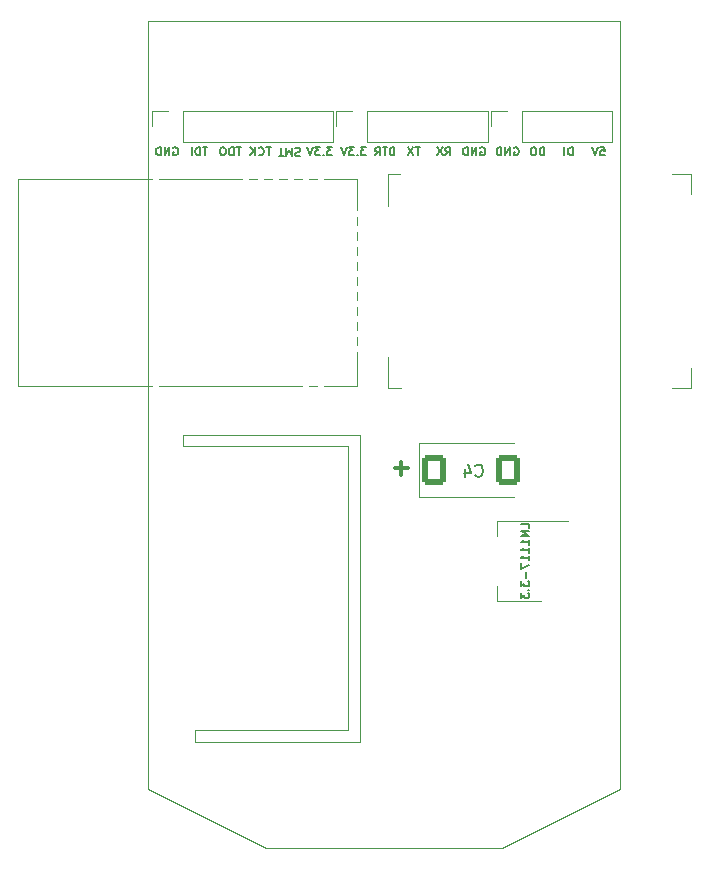
<source format=gbo>
G04 #@! TF.GenerationSoftware,KiCad,Pcbnew,5.99.0-unknown-4594d88417~130~ubuntu20.04.1*
G04 #@! TF.CreationDate,2021-07-04T17:01:17+02:00*
G04 #@! TF.ProjectId,SLS,534c532e-6b69-4636-9164-5f7063625858,rev?*
G04 #@! TF.SameCoordinates,Original*
G04 #@! TF.FileFunction,Legend,Bot*
G04 #@! TF.FilePolarity,Positive*
%FSLAX46Y46*%
G04 Gerber Fmt 4.6, Leading zero omitted, Abs format (unit mm)*
G04 Created by KiCad (PCBNEW 5.99.0-unknown-4594d88417~130~ubuntu20.04.1) date 2021-07-04 17:01:17*
%MOMM*%
%LPD*%
G01*
G04 APERTURE LIST*
G04 Aperture macros list*
%AMRoundRect*
0 Rectangle with rounded corners*
0 $1 Rounding radius*
0 $2 $3 $4 $5 $6 $7 $8 $9 X,Y pos of 4 corners*
0 Add a 4 corners polygon primitive as box body*
4,1,4,$2,$3,$4,$5,$6,$7,$8,$9,$2,$3,0*
0 Add four circle primitives for the rounded corners*
1,1,$1+$1,$2,$3*
1,1,$1+$1,$4,$5*
1,1,$1+$1,$6,$7*
1,1,$1+$1,$8,$9*
0 Add four rect primitives between the rounded corners*
20,1,$1+$1,$2,$3,$4,$5,0*
20,1,$1+$1,$4,$5,$6,$7,0*
20,1,$1+$1,$6,$7,$8,$9,0*
20,1,$1+$1,$8,$9,$2,$3,0*%
G04 Aperture macros list end*
G04 #@! TA.AperFunction,Profile*
%ADD10C,0.050000*%
G04 #@! TD*
%ADD11C,0.150000*%
%ADD12C,0.300000*%
%ADD13C,0.120000*%
%ADD14C,0.100000*%
%ADD15C,3.000000*%
%ADD16C,1.800000*%
%ADD17C,1.600000*%
%ADD18O,1.600000X1.600000*%
%ADD19C,1.524000*%
%ADD20R,1.700000X1.700000*%
%ADD21O,1.700000X1.700000*%
%ADD22RoundRect,0.250000X-0.787500X-1.025000X0.787500X-1.025000X0.787500X1.025000X-0.787500X1.025000X0*%
%ADD23R,0.900000X2.000000*%
%ADD24R,2.000000X0.900000*%
%ADD25R,5.000000X5.000000*%
%ADD26R,2.000000X1.500000*%
%ADD27R,2.000000X3.800000*%
%ADD28R,0.500000X2.000000*%
%ADD29R,2.000000X0.500000*%
G04 APERTURE END LIST*
D10*
X47000000Y-76000000D02*
X33000000Y-76000000D01*
X30000000Y-105000000D02*
X30000000Y-40000000D01*
X48000000Y-101000000D02*
X34000000Y-101000000D01*
X70000000Y-105000000D02*
X60000000Y-110000000D01*
X40000000Y-110000000D02*
X30000000Y-105000000D01*
X48000000Y-75000000D02*
X48000000Y-101000000D01*
X33000000Y-76000000D02*
X33000000Y-75000000D01*
X30000000Y-40000000D02*
X70000000Y-40000000D01*
X33000000Y-75000000D02*
X48000000Y-75000000D01*
X34000000Y-101000000D02*
X34000000Y-100000000D01*
X70000000Y-40000000D02*
X70000000Y-105000000D01*
X60000000Y-110000000D02*
X40000000Y-110000000D01*
X34000000Y-100000000D02*
X47000000Y-100000000D01*
X47000000Y-100000000D02*
X47000000Y-76000000D01*
D11*
X53083333Y-50666666D02*
X52683333Y-50666666D01*
X52883333Y-51366666D02*
X52883333Y-50666666D01*
X52516666Y-50666666D02*
X52050000Y-51366666D01*
X52050000Y-50666666D02*
X52516666Y-51366666D01*
X41116666Y-51433333D02*
X41516666Y-51433333D01*
X41316666Y-50733333D02*
X41316666Y-51433333D01*
X41750000Y-50733333D02*
X41750000Y-51433333D01*
X41983333Y-50933333D01*
X42216666Y-51433333D01*
X42216666Y-50733333D01*
X42516666Y-50766666D02*
X42616666Y-50733333D01*
X42783333Y-50733333D01*
X42850000Y-50766666D01*
X42883333Y-50800000D01*
X42916666Y-50866666D01*
X42916666Y-50933333D01*
X42883333Y-51000000D01*
X42850000Y-51033333D01*
X42783333Y-51066666D01*
X42650000Y-51100000D01*
X42583333Y-51133333D01*
X42550000Y-51166666D01*
X42516666Y-51233333D01*
X42516666Y-51300000D01*
X42550000Y-51366666D01*
X42583333Y-51400000D01*
X42650000Y-51433333D01*
X42816666Y-51433333D01*
X42916666Y-51400000D01*
X50900000Y-51366666D02*
X50900000Y-50666666D01*
X50733333Y-50666666D01*
X50633333Y-50700000D01*
X50566666Y-50766666D01*
X50533333Y-50833333D01*
X50500000Y-50966666D01*
X50500000Y-51066666D01*
X50533333Y-51200000D01*
X50566666Y-51266666D01*
X50633333Y-51333333D01*
X50733333Y-51366666D01*
X50900000Y-51366666D01*
X50300000Y-50666666D02*
X49900000Y-50666666D01*
X50100000Y-51366666D02*
X50100000Y-50666666D01*
X49266666Y-51366666D02*
X49500000Y-51033333D01*
X49666666Y-51366666D02*
X49666666Y-50666666D01*
X49400000Y-50666666D01*
X49333333Y-50700000D01*
X49300000Y-50733333D01*
X49266666Y-50800000D01*
X49266666Y-50900000D01*
X49300000Y-50966666D01*
X49333333Y-51000000D01*
X49400000Y-51033333D01*
X49666666Y-51033333D01*
X66000000Y-51366666D02*
X66000000Y-50666666D01*
X65833333Y-50666666D01*
X65733333Y-50700000D01*
X65666666Y-50766666D01*
X65633333Y-50833333D01*
X65600000Y-50966666D01*
X65600000Y-51066666D01*
X65633333Y-51200000D01*
X65666666Y-51266666D01*
X65733333Y-51333333D01*
X65833333Y-51366666D01*
X66000000Y-51366666D01*
X65300000Y-51366666D02*
X65300000Y-50666666D01*
X61033333Y-50700000D02*
X61100000Y-50666666D01*
X61200000Y-50666666D01*
X61300000Y-50700000D01*
X61366666Y-50766666D01*
X61400000Y-50833333D01*
X61433333Y-50966666D01*
X61433333Y-51066666D01*
X61400000Y-51200000D01*
X61366666Y-51266666D01*
X61300000Y-51333333D01*
X61200000Y-51366666D01*
X61133333Y-51366666D01*
X61033333Y-51333333D01*
X61000000Y-51300000D01*
X61000000Y-51066666D01*
X61133333Y-51066666D01*
X60700000Y-51366666D02*
X60700000Y-50666666D01*
X60300000Y-51366666D01*
X60300000Y-50666666D01*
X59966666Y-51366666D02*
X59966666Y-50666666D01*
X59800000Y-50666666D01*
X59700000Y-50700000D01*
X59633333Y-50766666D01*
X59600000Y-50833333D01*
X59566666Y-50966666D01*
X59566666Y-51066666D01*
X59600000Y-51200000D01*
X59633333Y-51266666D01*
X59700000Y-51333333D01*
X59800000Y-51366666D01*
X59966666Y-51366666D01*
X62316666Y-82916666D02*
X62316666Y-82583333D01*
X61616666Y-82583333D01*
X62316666Y-83150000D02*
X61616666Y-83150000D01*
X62116666Y-83383333D01*
X61616666Y-83616666D01*
X62316666Y-83616666D01*
X62316666Y-84316666D02*
X62316666Y-83916666D01*
X62316666Y-84116666D02*
X61616666Y-84116666D01*
X61716666Y-84050000D01*
X61783333Y-83983333D01*
X61816666Y-83916666D01*
X62316666Y-84983333D02*
X62316666Y-84583333D01*
X62316666Y-84783333D02*
X61616666Y-84783333D01*
X61716666Y-84716666D01*
X61783333Y-84650000D01*
X61816666Y-84583333D01*
X62316666Y-85650000D02*
X62316666Y-85250000D01*
X62316666Y-85450000D02*
X61616666Y-85450000D01*
X61716666Y-85383333D01*
X61783333Y-85316666D01*
X61816666Y-85250000D01*
X61616666Y-85883333D02*
X61616666Y-86350000D01*
X62316666Y-86050000D01*
X62050000Y-86616666D02*
X62050000Y-87150000D01*
X61616666Y-87416666D02*
X61616666Y-87850000D01*
X61883333Y-87616666D01*
X61883333Y-87716666D01*
X61916666Y-87783333D01*
X61950000Y-87816666D01*
X62016666Y-87850000D01*
X62183333Y-87850000D01*
X62250000Y-87816666D01*
X62283333Y-87783333D01*
X62316666Y-87716666D01*
X62316666Y-87516666D01*
X62283333Y-87450000D01*
X62250000Y-87416666D01*
X62250000Y-88150000D02*
X62283333Y-88183333D01*
X62316666Y-88150000D01*
X62283333Y-88116666D01*
X62250000Y-88150000D01*
X62316666Y-88150000D01*
X61616666Y-88416666D02*
X61616666Y-88850000D01*
X61883333Y-88616666D01*
X61883333Y-88716666D01*
X61916666Y-88783333D01*
X61950000Y-88816666D01*
X62016666Y-88850000D01*
X62183333Y-88850000D01*
X62250000Y-88816666D01*
X62283333Y-88783333D01*
X62316666Y-88716666D01*
X62316666Y-88516666D01*
X62283333Y-88450000D01*
X62250000Y-88416666D01*
X35066666Y-50666666D02*
X34666666Y-50666666D01*
X34866666Y-51366666D02*
X34866666Y-50666666D01*
X34433333Y-51366666D02*
X34433333Y-50666666D01*
X34266666Y-50666666D01*
X34166666Y-50700000D01*
X34100000Y-50766666D01*
X34066666Y-50833333D01*
X34033333Y-50966666D01*
X34033333Y-51066666D01*
X34066666Y-51200000D01*
X34100000Y-51266666D01*
X34166666Y-51333333D01*
X34266666Y-51366666D01*
X34433333Y-51366666D01*
X33733333Y-51366666D02*
X33733333Y-50666666D01*
X58183333Y-50700000D02*
X58250000Y-50666666D01*
X58350000Y-50666666D01*
X58450000Y-50700000D01*
X58516666Y-50766666D01*
X58550000Y-50833333D01*
X58583333Y-50966666D01*
X58583333Y-51066666D01*
X58550000Y-51200000D01*
X58516666Y-51266666D01*
X58450000Y-51333333D01*
X58350000Y-51366666D01*
X58283333Y-51366666D01*
X58183333Y-51333333D01*
X58150000Y-51300000D01*
X58150000Y-51066666D01*
X58283333Y-51066666D01*
X57850000Y-51366666D02*
X57850000Y-50666666D01*
X57450000Y-51366666D01*
X57450000Y-50666666D01*
X57116666Y-51366666D02*
X57116666Y-50666666D01*
X56950000Y-50666666D01*
X56850000Y-50700000D01*
X56783333Y-50766666D01*
X56750000Y-50833333D01*
X56716666Y-50966666D01*
X56716666Y-51066666D01*
X56750000Y-51200000D01*
X56783333Y-51266666D01*
X56850000Y-51333333D01*
X56950000Y-51366666D01*
X57116666Y-51366666D01*
X37916666Y-50666666D02*
X37516666Y-50666666D01*
X37716666Y-51366666D02*
X37716666Y-50666666D01*
X37283333Y-51366666D02*
X37283333Y-50666666D01*
X37116666Y-50666666D01*
X37016666Y-50700000D01*
X36950000Y-50766666D01*
X36916666Y-50833333D01*
X36883333Y-50966666D01*
X36883333Y-51066666D01*
X36916666Y-51200000D01*
X36950000Y-51266666D01*
X37016666Y-51333333D01*
X37116666Y-51366666D01*
X37283333Y-51366666D01*
X36450000Y-50666666D02*
X36316666Y-50666666D01*
X36250000Y-50700000D01*
X36183333Y-50766666D01*
X36150000Y-50900000D01*
X36150000Y-51133333D01*
X36183333Y-51266666D01*
X36250000Y-51333333D01*
X36316666Y-51366666D01*
X36450000Y-51366666D01*
X36516666Y-51333333D01*
X36583333Y-51266666D01*
X36616666Y-51133333D01*
X36616666Y-50900000D01*
X36583333Y-50766666D01*
X36516666Y-50700000D01*
X36450000Y-50666666D01*
X40450000Y-50666666D02*
X40050000Y-50666666D01*
X40250000Y-51366666D02*
X40250000Y-50666666D01*
X39416666Y-51300000D02*
X39450000Y-51333333D01*
X39550000Y-51366666D01*
X39616666Y-51366666D01*
X39716666Y-51333333D01*
X39783333Y-51266666D01*
X39816666Y-51200000D01*
X39850000Y-51066666D01*
X39850000Y-50966666D01*
X39816666Y-50833333D01*
X39783333Y-50766666D01*
X39716666Y-50700000D01*
X39616666Y-50666666D01*
X39550000Y-50666666D01*
X39450000Y-50700000D01*
X39416666Y-50733333D01*
X39116666Y-51366666D02*
X39116666Y-50666666D01*
X38716666Y-51366666D02*
X39016666Y-50966666D01*
X38716666Y-50666666D02*
X39116666Y-51066666D01*
X63600000Y-51366666D02*
X63600000Y-50666666D01*
X63433333Y-50666666D01*
X63333333Y-50700000D01*
X63266666Y-50766666D01*
X63233333Y-50833333D01*
X63200000Y-50966666D01*
X63200000Y-51066666D01*
X63233333Y-51200000D01*
X63266666Y-51266666D01*
X63333333Y-51333333D01*
X63433333Y-51366666D01*
X63600000Y-51366666D01*
X62766666Y-50666666D02*
X62633333Y-50666666D01*
X62566666Y-50700000D01*
X62500000Y-50766666D01*
X62466666Y-50900000D01*
X62466666Y-51133333D01*
X62500000Y-51266666D01*
X62566666Y-51333333D01*
X62633333Y-51366666D01*
X62766666Y-51366666D01*
X62833333Y-51333333D01*
X62900000Y-51266666D01*
X62933333Y-51133333D01*
X62933333Y-50900000D01*
X62900000Y-50766666D01*
X62833333Y-50700000D01*
X62766666Y-50666666D01*
X68333333Y-50666666D02*
X68666666Y-50666666D01*
X68700000Y-51000000D01*
X68666666Y-50966666D01*
X68600000Y-50933333D01*
X68433333Y-50933333D01*
X68366666Y-50966666D01*
X68333333Y-51000000D01*
X68300000Y-51066666D01*
X68300000Y-51233333D01*
X68333333Y-51300000D01*
X68366666Y-51333333D01*
X68433333Y-51366666D01*
X68600000Y-51366666D01*
X68666666Y-51333333D01*
X68700000Y-51300000D01*
X68100000Y-50666666D02*
X67866666Y-51366666D01*
X67633333Y-50666666D01*
X55216666Y-51366666D02*
X55450000Y-51033333D01*
X55616666Y-51366666D02*
X55616666Y-50666666D01*
X55350000Y-50666666D01*
X55283333Y-50700000D01*
X55250000Y-50733333D01*
X55216666Y-50800000D01*
X55216666Y-50900000D01*
X55250000Y-50966666D01*
X55283333Y-51000000D01*
X55350000Y-51033333D01*
X55616666Y-51033333D01*
X54983333Y-50666666D02*
X54516666Y-51366666D01*
X54516666Y-50666666D02*
X54983333Y-51366666D01*
X48483333Y-50666666D02*
X48050000Y-50666666D01*
X48283333Y-50933333D01*
X48183333Y-50933333D01*
X48116666Y-50966666D01*
X48083333Y-51000000D01*
X48050000Y-51066666D01*
X48050000Y-51233333D01*
X48083333Y-51300000D01*
X48116666Y-51333333D01*
X48183333Y-51366666D01*
X48383333Y-51366666D01*
X48450000Y-51333333D01*
X48483333Y-51300000D01*
X47750000Y-51300000D02*
X47716666Y-51333333D01*
X47750000Y-51366666D01*
X47783333Y-51333333D01*
X47750000Y-51300000D01*
X47750000Y-51366666D01*
X47483333Y-50666666D02*
X47050000Y-50666666D01*
X47283333Y-50933333D01*
X47183333Y-50933333D01*
X47116666Y-50966666D01*
X47083333Y-51000000D01*
X47050000Y-51066666D01*
X47050000Y-51233333D01*
X47083333Y-51300000D01*
X47116666Y-51333333D01*
X47183333Y-51366666D01*
X47383333Y-51366666D01*
X47450000Y-51333333D01*
X47483333Y-51300000D01*
X46850000Y-50666666D02*
X46616666Y-51366666D01*
X46383333Y-50666666D01*
X45633333Y-50666666D02*
X45200000Y-50666666D01*
X45433333Y-50933333D01*
X45333333Y-50933333D01*
X45266666Y-50966666D01*
X45233333Y-51000000D01*
X45200000Y-51066666D01*
X45200000Y-51233333D01*
X45233333Y-51300000D01*
X45266666Y-51333333D01*
X45333333Y-51366666D01*
X45533333Y-51366666D01*
X45600000Y-51333333D01*
X45633333Y-51300000D01*
X44900000Y-51300000D02*
X44866666Y-51333333D01*
X44900000Y-51366666D01*
X44933333Y-51333333D01*
X44900000Y-51300000D01*
X44900000Y-51366666D01*
X44633333Y-50666666D02*
X44200000Y-50666666D01*
X44433333Y-50933333D01*
X44333333Y-50933333D01*
X44266666Y-50966666D01*
X44233333Y-51000000D01*
X44200000Y-51066666D01*
X44200000Y-51233333D01*
X44233333Y-51300000D01*
X44266666Y-51333333D01*
X44333333Y-51366666D01*
X44533333Y-51366666D01*
X44600000Y-51333333D01*
X44633333Y-51300000D01*
X44000000Y-50666666D02*
X43766666Y-51366666D01*
X43533333Y-50666666D01*
X32183333Y-50700000D02*
X32250000Y-50666666D01*
X32350000Y-50666666D01*
X32450000Y-50700000D01*
X32516666Y-50766666D01*
X32550000Y-50833333D01*
X32583333Y-50966666D01*
X32583333Y-51066666D01*
X32550000Y-51200000D01*
X32516666Y-51266666D01*
X32450000Y-51333333D01*
X32350000Y-51366666D01*
X32283333Y-51366666D01*
X32183333Y-51333333D01*
X32150000Y-51300000D01*
X32150000Y-51066666D01*
X32283333Y-51066666D01*
X31850000Y-51366666D02*
X31850000Y-50666666D01*
X31450000Y-51366666D01*
X31450000Y-50666666D01*
X31116666Y-51366666D02*
X31116666Y-50666666D01*
X30950000Y-50666666D01*
X30850000Y-50700000D01*
X30783333Y-50766666D01*
X30750000Y-50833333D01*
X30716666Y-50966666D01*
X30716666Y-51066666D01*
X30750000Y-51200000D01*
X30783333Y-51266666D01*
X30850000Y-51333333D01*
X30950000Y-51366666D01*
X31116666Y-51366666D01*
D12*
X52071428Y-77857142D02*
X50928571Y-77857142D01*
X51500000Y-78428571D02*
X51500000Y-77285714D01*
D11*
X57766666Y-78457142D02*
X57814285Y-78504761D01*
X57957142Y-78552380D01*
X58052380Y-78552380D01*
X58195238Y-78504761D01*
X58290476Y-78409523D01*
X58338095Y-78314285D01*
X58385714Y-78123809D01*
X58385714Y-77980952D01*
X58338095Y-77790476D01*
X58290476Y-77695238D01*
X58195238Y-77600000D01*
X58052380Y-77552380D01*
X57957142Y-77552380D01*
X57814285Y-77600000D01*
X57766666Y-77647619D01*
X56909523Y-77885714D02*
X56909523Y-78552380D01*
X57147619Y-77504761D02*
X57385714Y-78219047D01*
X56766666Y-78219047D01*
D13*
X32970000Y-50230000D02*
X45730000Y-50230000D01*
X30370000Y-47570000D02*
X30370000Y-48900000D01*
X32970000Y-47570000D02*
X32970000Y-50230000D01*
X45730000Y-47570000D02*
X45730000Y-50230000D01*
X31700000Y-47570000D02*
X30370000Y-47570000D01*
X32970000Y-47570000D02*
X45730000Y-47570000D01*
X52990000Y-80260000D02*
X52990000Y-75740000D01*
X52990000Y-75740000D02*
X61050000Y-75740000D01*
X61050000Y-80260000D02*
X52990000Y-80260000D01*
D14*
X50385000Y-71055000D02*
X50385000Y-68405000D01*
X74385000Y-52955000D02*
X76005000Y-52955000D01*
X51405000Y-52905000D02*
X50365000Y-52905000D01*
X76005000Y-71025000D02*
X76005000Y-69395000D01*
X76005000Y-52955000D02*
X76005000Y-54595000D01*
X50365000Y-52905000D02*
X50365000Y-55605000D01*
X51435000Y-71055000D02*
X50385000Y-71055000D01*
X74375000Y-71025000D02*
X76005000Y-71025000D01*
D13*
X58815000Y-47570000D02*
X58815000Y-50230000D01*
X45995000Y-47570000D02*
X45995000Y-48900000D01*
X47325000Y-47570000D02*
X45995000Y-47570000D01*
X48595000Y-47570000D02*
X48595000Y-50230000D01*
X48595000Y-47570000D02*
X58815000Y-47570000D01*
X48595000Y-50230000D02*
X58815000Y-50230000D01*
X59590000Y-89110000D02*
X59590000Y-87850000D01*
X63350000Y-89110000D02*
X59590000Y-89110000D01*
X65600000Y-82290000D02*
X59590000Y-82290000D01*
X59590000Y-82290000D02*
X59590000Y-83550000D01*
X19000000Y-53350000D02*
X47700000Y-53350000D01*
X47700000Y-53350000D02*
X47700000Y-70850000D01*
X47700000Y-70850000D02*
X19000000Y-70850000D01*
X19000000Y-70850000D02*
X19000000Y-53350000D01*
X60400000Y-47570000D02*
X59070000Y-47570000D01*
X61670000Y-47570000D02*
X61670000Y-50230000D01*
X61670000Y-47570000D02*
X69350000Y-47570000D01*
X59070000Y-47570000D02*
X59070000Y-48900000D01*
X61670000Y-50230000D02*
X69350000Y-50230000D01*
X69350000Y-47570000D02*
X69350000Y-50230000D01*
%LPC*%
D15*
X43000000Y-96000000D03*
X37050000Y-81400000D03*
X37050000Y-86400000D03*
X66450000Y-76200000D03*
X66450000Y-91800000D03*
D16*
X33100000Y-78850000D03*
X31700000Y-86350000D03*
D15*
X36950000Y-95900000D03*
D17*
X32300000Y-97700000D03*
D18*
X32300000Y-90080000D03*
D19*
X55000000Y-103000000D03*
X45000000Y-103000000D03*
D20*
X31700000Y-48900000D03*
D21*
X34240000Y-48900000D03*
X36780000Y-48900000D03*
X39320000Y-48900000D03*
X41860000Y-48900000D03*
X44400000Y-48900000D03*
D22*
X54287500Y-78000000D03*
X60512500Y-78000000D03*
D23*
X68470000Y-70485000D03*
X67200000Y-70485000D03*
X65930000Y-70485000D03*
X59580000Y-70485000D03*
X58310000Y-70485000D03*
X54500000Y-70485000D03*
X53230000Y-70485000D03*
D24*
X50960000Y-67700000D03*
X50960000Y-57540000D03*
X50960000Y-56270000D03*
D23*
X51960000Y-53485000D03*
X53230000Y-53485000D03*
X57040000Y-53485000D03*
X58310000Y-53485000D03*
X63390000Y-53485000D03*
X64660000Y-53485000D03*
X65930000Y-53485000D03*
X67200000Y-53485000D03*
X68470000Y-53485000D03*
D25*
X61970000Y-62985000D03*
D20*
X47325000Y-48900000D03*
D21*
X49865000Y-48900000D03*
X52405000Y-48900000D03*
X54945000Y-48900000D03*
X57485000Y-48900000D03*
D26*
X64650000Y-83400000D03*
X64650000Y-85700000D03*
D27*
X58350000Y-85700000D03*
D26*
X64650000Y-88000000D03*
D28*
X30730000Y-53110000D03*
X38350000Y-53110000D03*
X39620000Y-53110000D03*
X40890000Y-53110000D03*
X42160000Y-53110000D03*
X43430000Y-53110000D03*
X44700000Y-53110000D03*
D29*
X47875000Y-56285000D03*
X47875000Y-57555000D03*
X47875000Y-58825000D03*
X47875000Y-60095000D03*
X47875000Y-61365000D03*
X47875000Y-62635000D03*
X47875000Y-63905000D03*
X47875000Y-65175000D03*
X47875000Y-66445000D03*
X47875000Y-67715000D03*
D28*
X44700000Y-71160000D03*
X43430000Y-71160000D03*
X30730000Y-71160000D03*
D20*
X60400000Y-48900000D03*
D21*
X62940000Y-48900000D03*
X65480000Y-48900000D03*
X68020000Y-48900000D03*
M02*

</source>
